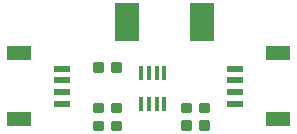
<source format=gbr>
G04 EAGLE Gerber RS-274X export*
G75*
%MOMM*%
%FSLAX34Y34*%
%LPD*%
%AMOC8*
5,1,8,0,0,1.08239X$1,22.5*%
G01*
%ADD10C,0.222250*%
%ADD11R,1.350000X0.600000*%
%ADD12R,2.000000X1.200000*%
%ADD13R,2.032000X3.302000*%
%ADD14R,0.400000X1.200000*%


D10*
X94456Y121190D02*
X101124Y121190D01*
X101124Y114522D01*
X94456Y114522D01*
X94456Y121190D01*
X94456Y116634D02*
X101124Y116634D01*
X101124Y118746D02*
X94456Y118746D01*
X94456Y120858D02*
X101124Y120858D01*
X85884Y121190D02*
X79216Y121190D01*
X85884Y121190D02*
X85884Y114522D01*
X79216Y114522D01*
X79216Y121190D01*
X79216Y116634D02*
X85884Y116634D01*
X85884Y118746D02*
X79216Y118746D01*
X79216Y120858D02*
X85884Y120858D01*
D11*
X52000Y116854D03*
X52000Y106854D03*
X52000Y96854D03*
X52000Y86854D03*
D12*
X15250Y73854D03*
X15250Y129854D03*
D11*
X198000Y86854D03*
X198000Y96854D03*
X198000Y106854D03*
X198000Y116854D03*
D12*
X234750Y129854D03*
X234750Y73854D03*
D10*
X79216Y80486D02*
X79216Y87154D01*
X85884Y87154D01*
X85884Y80486D01*
X79216Y80486D01*
X79216Y82598D02*
X85884Y82598D01*
X85884Y84710D02*
X79216Y84710D01*
X79216Y86822D02*
X85884Y86822D01*
X79216Y71914D02*
X79216Y65246D01*
X79216Y71914D02*
X85884Y71914D01*
X85884Y65246D01*
X79216Y65246D01*
X79216Y67358D02*
X85884Y67358D01*
X85884Y69470D02*
X79216Y69470D01*
X79216Y71582D02*
X85884Y71582D01*
X93948Y80486D02*
X93948Y87154D01*
X100616Y87154D01*
X100616Y80486D01*
X93948Y80486D01*
X93948Y82598D02*
X100616Y82598D01*
X100616Y84710D02*
X93948Y84710D01*
X93948Y86822D02*
X100616Y86822D01*
X93948Y71914D02*
X93948Y65246D01*
X93948Y71914D02*
X100616Y71914D01*
X100616Y65246D01*
X93948Y65246D01*
X93948Y67358D02*
X100616Y67358D01*
X100616Y69470D02*
X93948Y69470D01*
X93948Y71582D02*
X100616Y71582D01*
D13*
X106904Y155954D03*
X170404Y155954D03*
D10*
X168370Y87154D02*
X175038Y87154D01*
X175038Y80486D01*
X168370Y80486D01*
X168370Y87154D01*
X168370Y82598D02*
X175038Y82598D01*
X175038Y84710D02*
X168370Y84710D01*
X168370Y86822D02*
X175038Y86822D01*
X159798Y87154D02*
X153130Y87154D01*
X159798Y87154D02*
X159798Y80486D01*
X153130Y80486D01*
X153130Y87154D01*
X153130Y82598D02*
X159798Y82598D01*
X159798Y84710D02*
X153130Y84710D01*
X153130Y86822D02*
X159798Y86822D01*
X168370Y72676D02*
X175038Y72676D01*
X175038Y66008D01*
X168370Y66008D01*
X168370Y72676D01*
X168370Y68120D02*
X175038Y68120D01*
X175038Y70232D02*
X168370Y70232D01*
X168370Y72344D02*
X175038Y72344D01*
X159798Y72676D02*
X153130Y72676D01*
X159798Y72676D02*
X159798Y66008D01*
X153130Y66008D01*
X153130Y72676D01*
X153130Y68120D02*
X159798Y68120D01*
X159798Y70232D02*
X153130Y70232D01*
X153130Y72344D02*
X159798Y72344D01*
D14*
X138274Y113076D03*
X131774Y113076D03*
X125274Y113076D03*
X118774Y113076D03*
X118774Y87076D03*
X125274Y87076D03*
X131774Y87076D03*
X138274Y87076D03*
M02*

</source>
